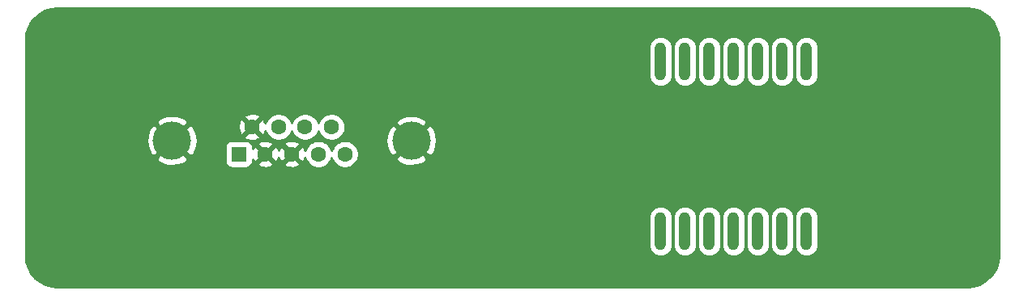
<source format=gbr>
G04 #@! TF.GenerationSoftware,KiCad,Pcbnew,(5.1.5-0)*
G04 #@! TF.CreationDate,2020-12-05T09:23:08-07:00*
G04 #@! TF.ProjectId,back_panel,6261636b-5f70-4616-9e65-6c2e6b696361,rev?*
G04 #@! TF.SameCoordinates,Original*
G04 #@! TF.FileFunction,Copper,L2,Bot*
G04 #@! TF.FilePolarity,Positive*
%FSLAX46Y46*%
G04 Gerber Fmt 4.6, Leading zero omitted, Abs format (unit mm)*
G04 Created by KiCad (PCBNEW (5.1.5-0)) date 2020-12-05 09:23:08*
%MOMM*%
%LPD*%
G04 APERTURE LIST*
%ADD10C,4.000000*%
%ADD11C,1.600000*%
%ADD12R,1.600000X1.600000*%
%ADD13O,1.200000X4.000000*%
%ADD14C,5.800000*%
%ADD15C,0.254000*%
G04 APERTURE END LIST*
D10*
X137040000Y-110580000D03*
X112040000Y-110580000D03*
D11*
X128695000Y-109160000D03*
X125925000Y-109160000D03*
X123155000Y-109160000D03*
X120385000Y-109160000D03*
X130080000Y-112000000D03*
X127310000Y-112000000D03*
X124540000Y-112000000D03*
X121770000Y-112000000D03*
D12*
X119000000Y-112000000D03*
D13*
X163080000Y-120090000D03*
X163080000Y-102310000D03*
X165620000Y-120090000D03*
X165620000Y-102310000D03*
X168160000Y-120090000D03*
X168160000Y-102310000D03*
X170700000Y-120090000D03*
X170700000Y-102310000D03*
X173240000Y-120090000D03*
X173240000Y-102310000D03*
X175780000Y-120090000D03*
X175780000Y-102310000D03*
X178320000Y-120090000D03*
X178320000Y-102310000D03*
D14*
X100000000Y-100000000D03*
X100000000Y-122630000D03*
X195130000Y-100000000D03*
X195130000Y-122630000D03*
D15*
G36*
X195765502Y-96790476D02*
G01*
X196376802Y-96975039D01*
X196940603Y-97274817D01*
X197435445Y-97678399D01*
X197842474Y-98170412D01*
X198146184Y-98732112D01*
X198335008Y-99342104D01*
X198405000Y-100008036D01*
X198405001Y-122597712D01*
X198339524Y-123265501D01*
X198154962Y-123876800D01*
X197855183Y-124440603D01*
X197451598Y-124935447D01*
X196959587Y-125342474D01*
X196397888Y-125646184D01*
X195787896Y-125835008D01*
X195121964Y-125905000D01*
X100032278Y-125905000D01*
X99364499Y-125839524D01*
X98753200Y-125654962D01*
X98189397Y-125355183D01*
X97694553Y-124951598D01*
X97287526Y-124459587D01*
X96983816Y-123897888D01*
X96794992Y-123287896D01*
X96725000Y-122621964D01*
X96725000Y-121550664D01*
X161845000Y-121550664D01*
X161862870Y-121732101D01*
X161933489Y-121964900D01*
X162048167Y-122179448D01*
X162202498Y-122367502D01*
X162390551Y-122521833D01*
X162605099Y-122636511D01*
X162837898Y-122707130D01*
X163080000Y-122730975D01*
X163322101Y-122707130D01*
X163554900Y-122636511D01*
X163769448Y-122521833D01*
X163957502Y-122367502D01*
X164111833Y-122179449D01*
X164226511Y-121964901D01*
X164297130Y-121732102D01*
X164315000Y-121550665D01*
X164315000Y-121550664D01*
X164385000Y-121550664D01*
X164402870Y-121732101D01*
X164473489Y-121964900D01*
X164588167Y-122179448D01*
X164742498Y-122367502D01*
X164930551Y-122521833D01*
X165145099Y-122636511D01*
X165377898Y-122707130D01*
X165620000Y-122730975D01*
X165862101Y-122707130D01*
X166094900Y-122636511D01*
X166309448Y-122521833D01*
X166497502Y-122367502D01*
X166651833Y-122179449D01*
X166766511Y-121964901D01*
X166837130Y-121732102D01*
X166855000Y-121550665D01*
X166855000Y-121550664D01*
X166925000Y-121550664D01*
X166942870Y-121732101D01*
X167013489Y-121964900D01*
X167128167Y-122179448D01*
X167282498Y-122367502D01*
X167470551Y-122521833D01*
X167685099Y-122636511D01*
X167917898Y-122707130D01*
X168160000Y-122730975D01*
X168402101Y-122707130D01*
X168634900Y-122636511D01*
X168849448Y-122521833D01*
X169037502Y-122367502D01*
X169191833Y-122179449D01*
X169306511Y-121964901D01*
X169377130Y-121732102D01*
X169395000Y-121550665D01*
X169395000Y-121550664D01*
X169465000Y-121550664D01*
X169482870Y-121732101D01*
X169553489Y-121964900D01*
X169668167Y-122179448D01*
X169822498Y-122367502D01*
X170010551Y-122521833D01*
X170225099Y-122636511D01*
X170457898Y-122707130D01*
X170700000Y-122730975D01*
X170942101Y-122707130D01*
X171174900Y-122636511D01*
X171389448Y-122521833D01*
X171577502Y-122367502D01*
X171731833Y-122179449D01*
X171846511Y-121964901D01*
X171917130Y-121732102D01*
X171935000Y-121550665D01*
X171935000Y-121550664D01*
X172005000Y-121550664D01*
X172022870Y-121732101D01*
X172093489Y-121964900D01*
X172208167Y-122179448D01*
X172362498Y-122367502D01*
X172550551Y-122521833D01*
X172765099Y-122636511D01*
X172997898Y-122707130D01*
X173240000Y-122730975D01*
X173482101Y-122707130D01*
X173714900Y-122636511D01*
X173929448Y-122521833D01*
X174117502Y-122367502D01*
X174271833Y-122179449D01*
X174386511Y-121964901D01*
X174457130Y-121732102D01*
X174475000Y-121550665D01*
X174475000Y-121550664D01*
X174545000Y-121550664D01*
X174562870Y-121732101D01*
X174633489Y-121964900D01*
X174748167Y-122179448D01*
X174902498Y-122367502D01*
X175090551Y-122521833D01*
X175305099Y-122636511D01*
X175537898Y-122707130D01*
X175780000Y-122730975D01*
X176022101Y-122707130D01*
X176254900Y-122636511D01*
X176469448Y-122521833D01*
X176657502Y-122367502D01*
X176811833Y-122179449D01*
X176926511Y-121964901D01*
X176997130Y-121732102D01*
X177015000Y-121550665D01*
X177015000Y-121550664D01*
X177085000Y-121550664D01*
X177102870Y-121732101D01*
X177173489Y-121964900D01*
X177288167Y-122179448D01*
X177442498Y-122367502D01*
X177630551Y-122521833D01*
X177845099Y-122636511D01*
X178077898Y-122707130D01*
X178320000Y-122730975D01*
X178562101Y-122707130D01*
X178794900Y-122636511D01*
X179009448Y-122521833D01*
X179197502Y-122367502D01*
X179351833Y-122179449D01*
X179466511Y-121964901D01*
X179537130Y-121732102D01*
X179555000Y-121550665D01*
X179555000Y-118629335D01*
X179537130Y-118447898D01*
X179466511Y-118215099D01*
X179351833Y-118000551D01*
X179197502Y-117812498D01*
X179009449Y-117658167D01*
X178794901Y-117543489D01*
X178562102Y-117472870D01*
X178320000Y-117449025D01*
X178077899Y-117472870D01*
X177845100Y-117543489D01*
X177630552Y-117658167D01*
X177442499Y-117812498D01*
X177288168Y-118000551D01*
X177173490Y-118215099D01*
X177102871Y-118447898D01*
X177085001Y-118629335D01*
X177085000Y-121550664D01*
X177015000Y-121550664D01*
X177015000Y-118629335D01*
X176997130Y-118447898D01*
X176926511Y-118215099D01*
X176811833Y-118000551D01*
X176657502Y-117812498D01*
X176469449Y-117658167D01*
X176254901Y-117543489D01*
X176022102Y-117472870D01*
X175780000Y-117449025D01*
X175537899Y-117472870D01*
X175305100Y-117543489D01*
X175090552Y-117658167D01*
X174902499Y-117812498D01*
X174748168Y-118000551D01*
X174633490Y-118215099D01*
X174562871Y-118447898D01*
X174545001Y-118629335D01*
X174545000Y-121550664D01*
X174475000Y-121550664D01*
X174475000Y-118629335D01*
X174457130Y-118447898D01*
X174386511Y-118215099D01*
X174271833Y-118000551D01*
X174117502Y-117812498D01*
X173929449Y-117658167D01*
X173714901Y-117543489D01*
X173482102Y-117472870D01*
X173240000Y-117449025D01*
X172997899Y-117472870D01*
X172765100Y-117543489D01*
X172550552Y-117658167D01*
X172362499Y-117812498D01*
X172208168Y-118000551D01*
X172093490Y-118215099D01*
X172022871Y-118447898D01*
X172005001Y-118629335D01*
X172005000Y-121550664D01*
X171935000Y-121550664D01*
X171935000Y-118629335D01*
X171917130Y-118447898D01*
X171846511Y-118215099D01*
X171731833Y-118000551D01*
X171577502Y-117812498D01*
X171389449Y-117658167D01*
X171174901Y-117543489D01*
X170942102Y-117472870D01*
X170700000Y-117449025D01*
X170457899Y-117472870D01*
X170225100Y-117543489D01*
X170010552Y-117658167D01*
X169822499Y-117812498D01*
X169668168Y-118000551D01*
X169553490Y-118215099D01*
X169482871Y-118447898D01*
X169465001Y-118629335D01*
X169465000Y-121550664D01*
X169395000Y-121550664D01*
X169395000Y-118629335D01*
X169377130Y-118447898D01*
X169306511Y-118215099D01*
X169191833Y-118000551D01*
X169037502Y-117812498D01*
X168849449Y-117658167D01*
X168634901Y-117543489D01*
X168402102Y-117472870D01*
X168160000Y-117449025D01*
X167917899Y-117472870D01*
X167685100Y-117543489D01*
X167470552Y-117658167D01*
X167282499Y-117812498D01*
X167128168Y-118000551D01*
X167013490Y-118215099D01*
X166942871Y-118447898D01*
X166925001Y-118629335D01*
X166925000Y-121550664D01*
X166855000Y-121550664D01*
X166855000Y-118629335D01*
X166837130Y-118447898D01*
X166766511Y-118215099D01*
X166651833Y-118000551D01*
X166497502Y-117812498D01*
X166309449Y-117658167D01*
X166094901Y-117543489D01*
X165862102Y-117472870D01*
X165620000Y-117449025D01*
X165377899Y-117472870D01*
X165145100Y-117543489D01*
X164930552Y-117658167D01*
X164742499Y-117812498D01*
X164588168Y-118000551D01*
X164473490Y-118215099D01*
X164402871Y-118447898D01*
X164385001Y-118629335D01*
X164385000Y-121550664D01*
X164315000Y-121550664D01*
X164315000Y-118629335D01*
X164297130Y-118447898D01*
X164226511Y-118215099D01*
X164111833Y-118000551D01*
X163957502Y-117812498D01*
X163769449Y-117658167D01*
X163554901Y-117543489D01*
X163322102Y-117472870D01*
X163080000Y-117449025D01*
X162837899Y-117472870D01*
X162605100Y-117543489D01*
X162390552Y-117658167D01*
X162202499Y-117812498D01*
X162048168Y-118000551D01*
X161933490Y-118215099D01*
X161862871Y-118447898D01*
X161845001Y-118629335D01*
X161845000Y-121550664D01*
X96725000Y-121550664D01*
X96725000Y-112427499D01*
X110372106Y-112427499D01*
X110588228Y-112794258D01*
X111048105Y-113034938D01*
X111546098Y-113181275D01*
X112063071Y-113227648D01*
X112579159Y-113172273D01*
X113074526Y-113017279D01*
X113491772Y-112794258D01*
X113707894Y-112427499D01*
X112040000Y-110759605D01*
X110372106Y-112427499D01*
X96725000Y-112427499D01*
X96725000Y-110603071D01*
X109392352Y-110603071D01*
X109447727Y-111119159D01*
X109602721Y-111614526D01*
X109825742Y-112031772D01*
X110192501Y-112247894D01*
X111860395Y-110580000D01*
X112219605Y-110580000D01*
X113887499Y-112247894D01*
X114254258Y-112031772D01*
X114494938Y-111571895D01*
X114604220Y-111200000D01*
X117561928Y-111200000D01*
X117561928Y-112800000D01*
X117574188Y-112924482D01*
X117610498Y-113044180D01*
X117669463Y-113154494D01*
X117748815Y-113251185D01*
X117845506Y-113330537D01*
X117955820Y-113389502D01*
X118075518Y-113425812D01*
X118200000Y-113438072D01*
X119800000Y-113438072D01*
X119924482Y-113425812D01*
X120044180Y-113389502D01*
X120154494Y-113330537D01*
X120251185Y-113251185D01*
X120330537Y-113154494D01*
X120389502Y-113044180D01*
X120405117Y-112992702D01*
X120956903Y-112992702D01*
X121028486Y-113236671D01*
X121283996Y-113357571D01*
X121558184Y-113426300D01*
X121840512Y-113440217D01*
X122120130Y-113398787D01*
X122386292Y-113303603D01*
X122511514Y-113236671D01*
X122583097Y-112992702D01*
X123726903Y-112992702D01*
X123798486Y-113236671D01*
X124053996Y-113357571D01*
X124328184Y-113426300D01*
X124610512Y-113440217D01*
X124890130Y-113398787D01*
X125156292Y-113303603D01*
X125281514Y-113236671D01*
X125353097Y-112992702D01*
X124540000Y-112179605D01*
X123726903Y-112992702D01*
X122583097Y-112992702D01*
X121770000Y-112179605D01*
X120956903Y-112992702D01*
X120405117Y-112992702D01*
X120425812Y-112924482D01*
X120438072Y-112800000D01*
X120438072Y-112537087D01*
X120466397Y-112616292D01*
X120533329Y-112741514D01*
X120777298Y-112813097D01*
X121590395Y-112000000D01*
X121949605Y-112000000D01*
X122762702Y-112813097D01*
X123006671Y-112741514D01*
X123127571Y-112486004D01*
X123153216Y-112383695D01*
X123236397Y-112616292D01*
X123303329Y-112741514D01*
X123547298Y-112813097D01*
X124360395Y-112000000D01*
X124719605Y-112000000D01*
X125532702Y-112813097D01*
X125776671Y-112741514D01*
X125897571Y-112486004D01*
X125923212Y-112383711D01*
X125930147Y-112418574D01*
X126038320Y-112679727D01*
X126195363Y-112914759D01*
X126395241Y-113114637D01*
X126630273Y-113271680D01*
X126891426Y-113379853D01*
X127168665Y-113435000D01*
X127451335Y-113435000D01*
X127728574Y-113379853D01*
X127989727Y-113271680D01*
X128224759Y-113114637D01*
X128424637Y-112914759D01*
X128581680Y-112679727D01*
X128689853Y-112418574D01*
X128695000Y-112392699D01*
X128700147Y-112418574D01*
X128808320Y-112679727D01*
X128965363Y-112914759D01*
X129165241Y-113114637D01*
X129400273Y-113271680D01*
X129661426Y-113379853D01*
X129938665Y-113435000D01*
X130221335Y-113435000D01*
X130498574Y-113379853D01*
X130759727Y-113271680D01*
X130994759Y-113114637D01*
X131194637Y-112914759D01*
X131351680Y-112679727D01*
X131456156Y-112427499D01*
X135372106Y-112427499D01*
X135588228Y-112794258D01*
X136048105Y-113034938D01*
X136546098Y-113181275D01*
X137063071Y-113227648D01*
X137579159Y-113172273D01*
X138074526Y-113017279D01*
X138491772Y-112794258D01*
X138707894Y-112427499D01*
X137040000Y-110759605D01*
X135372106Y-112427499D01*
X131456156Y-112427499D01*
X131459853Y-112418574D01*
X131515000Y-112141335D01*
X131515000Y-111858665D01*
X131459853Y-111581426D01*
X131351680Y-111320273D01*
X131194637Y-111085241D01*
X130994759Y-110885363D01*
X130759727Y-110728320D01*
X130498574Y-110620147D01*
X130412729Y-110603071D01*
X134392352Y-110603071D01*
X134447727Y-111119159D01*
X134602721Y-111614526D01*
X134825742Y-112031772D01*
X135192501Y-112247894D01*
X136860395Y-110580000D01*
X137219605Y-110580000D01*
X138887499Y-112247894D01*
X139254258Y-112031772D01*
X139494938Y-111571895D01*
X139641275Y-111073902D01*
X139687648Y-110556929D01*
X139632273Y-110040841D01*
X139477279Y-109545474D01*
X139254258Y-109128228D01*
X138887499Y-108912106D01*
X137219605Y-110580000D01*
X136860395Y-110580000D01*
X135192501Y-108912106D01*
X134825742Y-109128228D01*
X134585062Y-109588105D01*
X134438725Y-110086098D01*
X134392352Y-110603071D01*
X130412729Y-110603071D01*
X130221335Y-110565000D01*
X129938665Y-110565000D01*
X129661426Y-110620147D01*
X129400273Y-110728320D01*
X129165241Y-110885363D01*
X128965363Y-111085241D01*
X128808320Y-111320273D01*
X128700147Y-111581426D01*
X128695000Y-111607301D01*
X128689853Y-111581426D01*
X128581680Y-111320273D01*
X128424637Y-111085241D01*
X128224759Y-110885363D01*
X127989727Y-110728320D01*
X127728574Y-110620147D01*
X127451335Y-110565000D01*
X127168665Y-110565000D01*
X126891426Y-110620147D01*
X126630273Y-110728320D01*
X126395241Y-110885363D01*
X126195363Y-111085241D01*
X126038320Y-111320273D01*
X125930147Y-111581426D01*
X125924487Y-111609882D01*
X125843603Y-111383708D01*
X125776671Y-111258486D01*
X125532702Y-111186903D01*
X124719605Y-112000000D01*
X124360395Y-112000000D01*
X123547298Y-111186903D01*
X123303329Y-111258486D01*
X123182429Y-111513996D01*
X123156784Y-111616305D01*
X123073603Y-111383708D01*
X123006671Y-111258486D01*
X122762702Y-111186903D01*
X121949605Y-112000000D01*
X121590395Y-112000000D01*
X120777298Y-111186903D01*
X120533329Y-111258486D01*
X120438072Y-111459802D01*
X120438072Y-111200000D01*
X120425812Y-111075518D01*
X120405118Y-111007298D01*
X120956903Y-111007298D01*
X121770000Y-111820395D01*
X122583097Y-111007298D01*
X123726903Y-111007298D01*
X124540000Y-111820395D01*
X125353097Y-111007298D01*
X125281514Y-110763329D01*
X125026004Y-110642429D01*
X124751816Y-110573700D01*
X124469488Y-110559783D01*
X124189870Y-110601213D01*
X123923708Y-110696397D01*
X123798486Y-110763329D01*
X123726903Y-111007298D01*
X122583097Y-111007298D01*
X122511514Y-110763329D01*
X122256004Y-110642429D01*
X121981816Y-110573700D01*
X121699488Y-110559783D01*
X121419870Y-110601213D01*
X121153708Y-110696397D01*
X121028486Y-110763329D01*
X120956903Y-111007298D01*
X120405118Y-111007298D01*
X120389502Y-110955820D01*
X120330537Y-110845506D01*
X120251185Y-110748815D01*
X120154494Y-110669463D01*
X120044180Y-110610498D01*
X119924482Y-110574188D01*
X119800000Y-110561928D01*
X118200000Y-110561928D01*
X118075518Y-110574188D01*
X117955820Y-110610498D01*
X117845506Y-110669463D01*
X117748815Y-110748815D01*
X117669463Y-110845506D01*
X117610498Y-110955820D01*
X117574188Y-111075518D01*
X117561928Y-111200000D01*
X114604220Y-111200000D01*
X114641275Y-111073902D01*
X114687648Y-110556929D01*
X114644276Y-110152702D01*
X119571903Y-110152702D01*
X119643486Y-110396671D01*
X119898996Y-110517571D01*
X120173184Y-110586300D01*
X120455512Y-110600217D01*
X120735130Y-110558787D01*
X121001292Y-110463603D01*
X121126514Y-110396671D01*
X121198097Y-110152702D01*
X120385000Y-109339605D01*
X119571903Y-110152702D01*
X114644276Y-110152702D01*
X114632273Y-110040841D01*
X114477279Y-109545474D01*
X114308930Y-109230512D01*
X118944783Y-109230512D01*
X118986213Y-109510130D01*
X119081397Y-109776292D01*
X119148329Y-109901514D01*
X119392298Y-109973097D01*
X120205395Y-109160000D01*
X120564605Y-109160000D01*
X121377702Y-109973097D01*
X121621671Y-109901514D01*
X121742571Y-109646004D01*
X121768212Y-109543711D01*
X121775147Y-109578574D01*
X121883320Y-109839727D01*
X122040363Y-110074759D01*
X122240241Y-110274637D01*
X122475273Y-110431680D01*
X122736426Y-110539853D01*
X123013665Y-110595000D01*
X123296335Y-110595000D01*
X123573574Y-110539853D01*
X123834727Y-110431680D01*
X124069759Y-110274637D01*
X124269637Y-110074759D01*
X124426680Y-109839727D01*
X124534853Y-109578574D01*
X124540000Y-109552699D01*
X124545147Y-109578574D01*
X124653320Y-109839727D01*
X124810363Y-110074759D01*
X125010241Y-110274637D01*
X125245273Y-110431680D01*
X125506426Y-110539853D01*
X125783665Y-110595000D01*
X126066335Y-110595000D01*
X126343574Y-110539853D01*
X126604727Y-110431680D01*
X126839759Y-110274637D01*
X127039637Y-110074759D01*
X127196680Y-109839727D01*
X127304853Y-109578574D01*
X127310000Y-109552699D01*
X127315147Y-109578574D01*
X127423320Y-109839727D01*
X127580363Y-110074759D01*
X127780241Y-110274637D01*
X128015273Y-110431680D01*
X128276426Y-110539853D01*
X128553665Y-110595000D01*
X128836335Y-110595000D01*
X129113574Y-110539853D01*
X129374727Y-110431680D01*
X129609759Y-110274637D01*
X129809637Y-110074759D01*
X129966680Y-109839727D01*
X130074853Y-109578574D01*
X130130000Y-109301335D01*
X130130000Y-109018665D01*
X130074853Y-108741426D01*
X130071157Y-108732501D01*
X135372106Y-108732501D01*
X137040000Y-110400395D01*
X138707894Y-108732501D01*
X138491772Y-108365742D01*
X138031895Y-108125062D01*
X137533902Y-107978725D01*
X137016929Y-107932352D01*
X136500841Y-107987727D01*
X136005474Y-108142721D01*
X135588228Y-108365742D01*
X135372106Y-108732501D01*
X130071157Y-108732501D01*
X129966680Y-108480273D01*
X129809637Y-108245241D01*
X129609759Y-108045363D01*
X129374727Y-107888320D01*
X129113574Y-107780147D01*
X128836335Y-107725000D01*
X128553665Y-107725000D01*
X128276426Y-107780147D01*
X128015273Y-107888320D01*
X127780241Y-108045363D01*
X127580363Y-108245241D01*
X127423320Y-108480273D01*
X127315147Y-108741426D01*
X127310000Y-108767301D01*
X127304853Y-108741426D01*
X127196680Y-108480273D01*
X127039637Y-108245241D01*
X126839759Y-108045363D01*
X126604727Y-107888320D01*
X126343574Y-107780147D01*
X126066335Y-107725000D01*
X125783665Y-107725000D01*
X125506426Y-107780147D01*
X125245273Y-107888320D01*
X125010241Y-108045363D01*
X124810363Y-108245241D01*
X124653320Y-108480273D01*
X124545147Y-108741426D01*
X124540000Y-108767301D01*
X124534853Y-108741426D01*
X124426680Y-108480273D01*
X124269637Y-108245241D01*
X124069759Y-108045363D01*
X123834727Y-107888320D01*
X123573574Y-107780147D01*
X123296335Y-107725000D01*
X123013665Y-107725000D01*
X122736426Y-107780147D01*
X122475273Y-107888320D01*
X122240241Y-108045363D01*
X122040363Y-108245241D01*
X121883320Y-108480273D01*
X121775147Y-108741426D01*
X121769487Y-108769882D01*
X121688603Y-108543708D01*
X121621671Y-108418486D01*
X121377702Y-108346903D01*
X120564605Y-109160000D01*
X120205395Y-109160000D01*
X119392298Y-108346903D01*
X119148329Y-108418486D01*
X119027429Y-108673996D01*
X118958700Y-108948184D01*
X118944783Y-109230512D01*
X114308930Y-109230512D01*
X114254258Y-109128228D01*
X113887499Y-108912106D01*
X112219605Y-110580000D01*
X111860395Y-110580000D01*
X110192501Y-108912106D01*
X109825742Y-109128228D01*
X109585062Y-109588105D01*
X109438725Y-110086098D01*
X109392352Y-110603071D01*
X96725000Y-110603071D01*
X96725000Y-108732501D01*
X110372106Y-108732501D01*
X112040000Y-110400395D01*
X113707894Y-108732501D01*
X113491772Y-108365742D01*
X113112598Y-108167298D01*
X119571903Y-108167298D01*
X120385000Y-108980395D01*
X121198097Y-108167298D01*
X121126514Y-107923329D01*
X120871004Y-107802429D01*
X120596816Y-107733700D01*
X120314488Y-107719783D01*
X120034870Y-107761213D01*
X119768708Y-107856397D01*
X119643486Y-107923329D01*
X119571903Y-108167298D01*
X113112598Y-108167298D01*
X113031895Y-108125062D01*
X112533902Y-107978725D01*
X112016929Y-107932352D01*
X111500841Y-107987727D01*
X111005474Y-108142721D01*
X110588228Y-108365742D01*
X110372106Y-108732501D01*
X96725000Y-108732501D01*
X96725000Y-103770664D01*
X161845000Y-103770664D01*
X161862870Y-103952101D01*
X161933489Y-104184900D01*
X162048167Y-104399448D01*
X162202498Y-104587502D01*
X162390551Y-104741833D01*
X162605099Y-104856511D01*
X162837898Y-104927130D01*
X163080000Y-104950975D01*
X163322101Y-104927130D01*
X163554900Y-104856511D01*
X163769448Y-104741833D01*
X163957502Y-104587502D01*
X164111833Y-104399449D01*
X164226511Y-104184901D01*
X164297130Y-103952102D01*
X164315000Y-103770665D01*
X164315000Y-103770664D01*
X164385000Y-103770664D01*
X164402870Y-103952101D01*
X164473489Y-104184900D01*
X164588167Y-104399448D01*
X164742498Y-104587502D01*
X164930551Y-104741833D01*
X165145099Y-104856511D01*
X165377898Y-104927130D01*
X165620000Y-104950975D01*
X165862101Y-104927130D01*
X166094900Y-104856511D01*
X166309448Y-104741833D01*
X166497502Y-104587502D01*
X166651833Y-104399449D01*
X166766511Y-104184901D01*
X166837130Y-103952102D01*
X166855000Y-103770665D01*
X166855000Y-103770664D01*
X166925000Y-103770664D01*
X166942870Y-103952101D01*
X167013489Y-104184900D01*
X167128167Y-104399448D01*
X167282498Y-104587502D01*
X167470551Y-104741833D01*
X167685099Y-104856511D01*
X167917898Y-104927130D01*
X168160000Y-104950975D01*
X168402101Y-104927130D01*
X168634900Y-104856511D01*
X168849448Y-104741833D01*
X169037502Y-104587502D01*
X169191833Y-104399449D01*
X169306511Y-104184901D01*
X169377130Y-103952102D01*
X169395000Y-103770665D01*
X169395000Y-103770664D01*
X169465000Y-103770664D01*
X169482870Y-103952101D01*
X169553489Y-104184900D01*
X169668167Y-104399448D01*
X169822498Y-104587502D01*
X170010551Y-104741833D01*
X170225099Y-104856511D01*
X170457898Y-104927130D01*
X170700000Y-104950975D01*
X170942101Y-104927130D01*
X171174900Y-104856511D01*
X171389448Y-104741833D01*
X171577502Y-104587502D01*
X171731833Y-104399449D01*
X171846511Y-104184901D01*
X171917130Y-103952102D01*
X171935000Y-103770665D01*
X171935000Y-103770664D01*
X172005000Y-103770664D01*
X172022870Y-103952101D01*
X172093489Y-104184900D01*
X172208167Y-104399448D01*
X172362498Y-104587502D01*
X172550551Y-104741833D01*
X172765099Y-104856511D01*
X172997898Y-104927130D01*
X173240000Y-104950975D01*
X173482101Y-104927130D01*
X173714900Y-104856511D01*
X173929448Y-104741833D01*
X174117502Y-104587502D01*
X174271833Y-104399449D01*
X174386511Y-104184901D01*
X174457130Y-103952102D01*
X174475000Y-103770665D01*
X174475000Y-103770664D01*
X174545000Y-103770664D01*
X174562870Y-103952101D01*
X174633489Y-104184900D01*
X174748167Y-104399448D01*
X174902498Y-104587502D01*
X175090551Y-104741833D01*
X175305099Y-104856511D01*
X175537898Y-104927130D01*
X175780000Y-104950975D01*
X176022101Y-104927130D01*
X176254900Y-104856511D01*
X176469448Y-104741833D01*
X176657502Y-104587502D01*
X176811833Y-104399449D01*
X176926511Y-104184901D01*
X176997130Y-103952102D01*
X177015000Y-103770665D01*
X177015000Y-103770664D01*
X177085000Y-103770664D01*
X177102870Y-103952101D01*
X177173489Y-104184900D01*
X177288167Y-104399448D01*
X177442498Y-104587502D01*
X177630551Y-104741833D01*
X177845099Y-104856511D01*
X178077898Y-104927130D01*
X178320000Y-104950975D01*
X178562101Y-104927130D01*
X178794900Y-104856511D01*
X179009448Y-104741833D01*
X179197502Y-104587502D01*
X179351833Y-104399449D01*
X179466511Y-104184901D01*
X179537130Y-103952102D01*
X179555000Y-103770665D01*
X179555000Y-100849335D01*
X179537130Y-100667898D01*
X179466511Y-100435099D01*
X179351833Y-100220551D01*
X179197502Y-100032498D01*
X179009449Y-99878167D01*
X178794901Y-99763489D01*
X178562102Y-99692870D01*
X178320000Y-99669025D01*
X178077899Y-99692870D01*
X177845100Y-99763489D01*
X177630552Y-99878167D01*
X177442499Y-100032498D01*
X177288168Y-100220551D01*
X177173490Y-100435099D01*
X177102871Y-100667898D01*
X177085001Y-100849335D01*
X177085000Y-103770664D01*
X177015000Y-103770664D01*
X177015000Y-100849335D01*
X176997130Y-100667898D01*
X176926511Y-100435099D01*
X176811833Y-100220551D01*
X176657502Y-100032498D01*
X176469449Y-99878167D01*
X176254901Y-99763489D01*
X176022102Y-99692870D01*
X175780000Y-99669025D01*
X175537899Y-99692870D01*
X175305100Y-99763489D01*
X175090552Y-99878167D01*
X174902499Y-100032498D01*
X174748168Y-100220551D01*
X174633490Y-100435099D01*
X174562871Y-100667898D01*
X174545001Y-100849335D01*
X174545000Y-103770664D01*
X174475000Y-103770664D01*
X174475000Y-100849335D01*
X174457130Y-100667898D01*
X174386511Y-100435099D01*
X174271833Y-100220551D01*
X174117502Y-100032498D01*
X173929449Y-99878167D01*
X173714901Y-99763489D01*
X173482102Y-99692870D01*
X173240000Y-99669025D01*
X172997899Y-99692870D01*
X172765100Y-99763489D01*
X172550552Y-99878167D01*
X172362499Y-100032498D01*
X172208168Y-100220551D01*
X172093490Y-100435099D01*
X172022871Y-100667898D01*
X172005001Y-100849335D01*
X172005000Y-103770664D01*
X171935000Y-103770664D01*
X171935000Y-100849335D01*
X171917130Y-100667898D01*
X171846511Y-100435099D01*
X171731833Y-100220551D01*
X171577502Y-100032498D01*
X171389449Y-99878167D01*
X171174901Y-99763489D01*
X170942102Y-99692870D01*
X170700000Y-99669025D01*
X170457899Y-99692870D01*
X170225100Y-99763489D01*
X170010552Y-99878167D01*
X169822499Y-100032498D01*
X169668168Y-100220551D01*
X169553490Y-100435099D01*
X169482871Y-100667898D01*
X169465001Y-100849335D01*
X169465000Y-103770664D01*
X169395000Y-103770664D01*
X169395000Y-100849335D01*
X169377130Y-100667898D01*
X169306511Y-100435099D01*
X169191833Y-100220551D01*
X169037502Y-100032498D01*
X168849449Y-99878167D01*
X168634901Y-99763489D01*
X168402102Y-99692870D01*
X168160000Y-99669025D01*
X167917899Y-99692870D01*
X167685100Y-99763489D01*
X167470552Y-99878167D01*
X167282499Y-100032498D01*
X167128168Y-100220551D01*
X167013490Y-100435099D01*
X166942871Y-100667898D01*
X166925001Y-100849335D01*
X166925000Y-103770664D01*
X166855000Y-103770664D01*
X166855000Y-100849335D01*
X166837130Y-100667898D01*
X166766511Y-100435099D01*
X166651833Y-100220551D01*
X166497502Y-100032498D01*
X166309449Y-99878167D01*
X166094901Y-99763489D01*
X165862102Y-99692870D01*
X165620000Y-99669025D01*
X165377899Y-99692870D01*
X165145100Y-99763489D01*
X164930552Y-99878167D01*
X164742499Y-100032498D01*
X164588168Y-100220551D01*
X164473490Y-100435099D01*
X164402871Y-100667898D01*
X164385001Y-100849335D01*
X164385000Y-103770664D01*
X164315000Y-103770664D01*
X164315000Y-100849335D01*
X164297130Y-100667898D01*
X164226511Y-100435099D01*
X164111833Y-100220551D01*
X163957502Y-100032498D01*
X163769449Y-99878167D01*
X163554901Y-99763489D01*
X163322102Y-99692870D01*
X163080000Y-99669025D01*
X162837899Y-99692870D01*
X162605100Y-99763489D01*
X162390552Y-99878167D01*
X162202499Y-100032498D01*
X162048168Y-100220551D01*
X161933490Y-100435099D01*
X161862871Y-100667898D01*
X161845001Y-100849335D01*
X161845000Y-103770664D01*
X96725000Y-103770664D01*
X96725000Y-100032278D01*
X96790476Y-99364498D01*
X96975039Y-98753198D01*
X97274817Y-98189397D01*
X97678399Y-97694555D01*
X98170412Y-97287526D01*
X98732112Y-96983816D01*
X99342104Y-96794992D01*
X100008036Y-96725000D01*
X195097722Y-96725000D01*
X195765502Y-96790476D01*
G37*
X195765502Y-96790476D02*
X196376802Y-96975039D01*
X196940603Y-97274817D01*
X197435445Y-97678399D01*
X197842474Y-98170412D01*
X198146184Y-98732112D01*
X198335008Y-99342104D01*
X198405000Y-100008036D01*
X198405001Y-122597712D01*
X198339524Y-123265501D01*
X198154962Y-123876800D01*
X197855183Y-124440603D01*
X197451598Y-124935447D01*
X196959587Y-125342474D01*
X196397888Y-125646184D01*
X195787896Y-125835008D01*
X195121964Y-125905000D01*
X100032278Y-125905000D01*
X99364499Y-125839524D01*
X98753200Y-125654962D01*
X98189397Y-125355183D01*
X97694553Y-124951598D01*
X97287526Y-124459587D01*
X96983816Y-123897888D01*
X96794992Y-123287896D01*
X96725000Y-122621964D01*
X96725000Y-121550664D01*
X161845000Y-121550664D01*
X161862870Y-121732101D01*
X161933489Y-121964900D01*
X162048167Y-122179448D01*
X162202498Y-122367502D01*
X162390551Y-122521833D01*
X162605099Y-122636511D01*
X162837898Y-122707130D01*
X163080000Y-122730975D01*
X163322101Y-122707130D01*
X163554900Y-122636511D01*
X163769448Y-122521833D01*
X163957502Y-122367502D01*
X164111833Y-122179449D01*
X164226511Y-121964901D01*
X164297130Y-121732102D01*
X164315000Y-121550665D01*
X164315000Y-121550664D01*
X164385000Y-121550664D01*
X164402870Y-121732101D01*
X164473489Y-121964900D01*
X164588167Y-122179448D01*
X164742498Y-122367502D01*
X164930551Y-122521833D01*
X165145099Y-122636511D01*
X165377898Y-122707130D01*
X165620000Y-122730975D01*
X165862101Y-122707130D01*
X166094900Y-122636511D01*
X166309448Y-122521833D01*
X166497502Y-122367502D01*
X166651833Y-122179449D01*
X166766511Y-121964901D01*
X166837130Y-121732102D01*
X166855000Y-121550665D01*
X166855000Y-121550664D01*
X166925000Y-121550664D01*
X166942870Y-121732101D01*
X167013489Y-121964900D01*
X167128167Y-122179448D01*
X167282498Y-122367502D01*
X167470551Y-122521833D01*
X167685099Y-122636511D01*
X167917898Y-122707130D01*
X168160000Y-122730975D01*
X168402101Y-122707130D01*
X168634900Y-122636511D01*
X168849448Y-122521833D01*
X169037502Y-122367502D01*
X169191833Y-122179449D01*
X169306511Y-121964901D01*
X169377130Y-121732102D01*
X169395000Y-121550665D01*
X169395000Y-121550664D01*
X169465000Y-121550664D01*
X169482870Y-121732101D01*
X169553489Y-121964900D01*
X169668167Y-122179448D01*
X169822498Y-122367502D01*
X170010551Y-122521833D01*
X170225099Y-122636511D01*
X170457898Y-122707130D01*
X170700000Y-122730975D01*
X170942101Y-122707130D01*
X171174900Y-122636511D01*
X171389448Y-122521833D01*
X171577502Y-122367502D01*
X171731833Y-122179449D01*
X171846511Y-121964901D01*
X171917130Y-121732102D01*
X171935000Y-121550665D01*
X171935000Y-121550664D01*
X172005000Y-121550664D01*
X172022870Y-121732101D01*
X172093489Y-121964900D01*
X172208167Y-122179448D01*
X172362498Y-122367502D01*
X172550551Y-122521833D01*
X172765099Y-122636511D01*
X172997898Y-122707130D01*
X173240000Y-122730975D01*
X173482101Y-122707130D01*
X173714900Y-122636511D01*
X173929448Y-122521833D01*
X174117502Y-122367502D01*
X174271833Y-122179449D01*
X174386511Y-121964901D01*
X174457130Y-121732102D01*
X174475000Y-121550665D01*
X174475000Y-121550664D01*
X174545000Y-121550664D01*
X174562870Y-121732101D01*
X174633489Y-121964900D01*
X174748167Y-122179448D01*
X174902498Y-122367502D01*
X175090551Y-122521833D01*
X175305099Y-122636511D01*
X175537898Y-122707130D01*
X175780000Y-122730975D01*
X176022101Y-122707130D01*
X176254900Y-122636511D01*
X176469448Y-122521833D01*
X176657502Y-122367502D01*
X176811833Y-122179449D01*
X176926511Y-121964901D01*
X176997130Y-121732102D01*
X177015000Y-121550665D01*
X177015000Y-121550664D01*
X177085000Y-121550664D01*
X177102870Y-121732101D01*
X177173489Y-121964900D01*
X177288167Y-122179448D01*
X177442498Y-122367502D01*
X177630551Y-122521833D01*
X177845099Y-122636511D01*
X178077898Y-122707130D01*
X178320000Y-122730975D01*
X178562101Y-122707130D01*
X178794900Y-122636511D01*
X179009448Y-122521833D01*
X179197502Y-122367502D01*
X179351833Y-122179449D01*
X179466511Y-121964901D01*
X179537130Y-121732102D01*
X179555000Y-121550665D01*
X179555000Y-118629335D01*
X179537130Y-118447898D01*
X179466511Y-118215099D01*
X179351833Y-118000551D01*
X179197502Y-117812498D01*
X179009449Y-117658167D01*
X178794901Y-117543489D01*
X178562102Y-117472870D01*
X178320000Y-117449025D01*
X178077899Y-117472870D01*
X177845100Y-117543489D01*
X177630552Y-117658167D01*
X177442499Y-117812498D01*
X177288168Y-118000551D01*
X177173490Y-118215099D01*
X177102871Y-118447898D01*
X177085001Y-118629335D01*
X177085000Y-121550664D01*
X177015000Y-121550664D01*
X177015000Y-118629335D01*
X176997130Y-118447898D01*
X176926511Y-118215099D01*
X176811833Y-118000551D01*
X176657502Y-117812498D01*
X176469449Y-117658167D01*
X176254901Y-117543489D01*
X176022102Y-117472870D01*
X175780000Y-117449025D01*
X175537899Y-117472870D01*
X175305100Y-117543489D01*
X175090552Y-117658167D01*
X174902499Y-117812498D01*
X174748168Y-118000551D01*
X174633490Y-118215099D01*
X174562871Y-118447898D01*
X174545001Y-118629335D01*
X174545000Y-121550664D01*
X174475000Y-121550664D01*
X174475000Y-118629335D01*
X174457130Y-118447898D01*
X174386511Y-118215099D01*
X174271833Y-118000551D01*
X174117502Y-117812498D01*
X173929449Y-117658167D01*
X173714901Y-117543489D01*
X173482102Y-117472870D01*
X173240000Y-117449025D01*
X172997899Y-117472870D01*
X172765100Y-117543489D01*
X172550552Y-117658167D01*
X172362499Y-117812498D01*
X172208168Y-118000551D01*
X172093490Y-118215099D01*
X172022871Y-118447898D01*
X172005001Y-118629335D01*
X172005000Y-121550664D01*
X171935000Y-121550664D01*
X171935000Y-118629335D01*
X171917130Y-118447898D01*
X171846511Y-118215099D01*
X171731833Y-118000551D01*
X171577502Y-117812498D01*
X171389449Y-117658167D01*
X171174901Y-117543489D01*
X170942102Y-117472870D01*
X170700000Y-117449025D01*
X170457899Y-117472870D01*
X170225100Y-117543489D01*
X170010552Y-117658167D01*
X169822499Y-117812498D01*
X169668168Y-118000551D01*
X169553490Y-118215099D01*
X169482871Y-118447898D01*
X169465001Y-118629335D01*
X169465000Y-121550664D01*
X169395000Y-121550664D01*
X169395000Y-118629335D01*
X169377130Y-118447898D01*
X169306511Y-118215099D01*
X169191833Y-118000551D01*
X169037502Y-117812498D01*
X168849449Y-117658167D01*
X168634901Y-117543489D01*
X168402102Y-117472870D01*
X168160000Y-117449025D01*
X167917899Y-117472870D01*
X167685100Y-117543489D01*
X167470552Y-117658167D01*
X167282499Y-117812498D01*
X167128168Y-118000551D01*
X167013490Y-118215099D01*
X166942871Y-118447898D01*
X166925001Y-118629335D01*
X166925000Y-121550664D01*
X166855000Y-121550664D01*
X166855000Y-118629335D01*
X166837130Y-118447898D01*
X166766511Y-118215099D01*
X166651833Y-118000551D01*
X166497502Y-117812498D01*
X166309449Y-117658167D01*
X166094901Y-117543489D01*
X165862102Y-117472870D01*
X165620000Y-117449025D01*
X165377899Y-117472870D01*
X165145100Y-117543489D01*
X164930552Y-117658167D01*
X164742499Y-117812498D01*
X164588168Y-118000551D01*
X164473490Y-118215099D01*
X164402871Y-118447898D01*
X164385001Y-118629335D01*
X164385000Y-121550664D01*
X164315000Y-121550664D01*
X164315000Y-118629335D01*
X164297130Y-118447898D01*
X164226511Y-118215099D01*
X164111833Y-118000551D01*
X163957502Y-117812498D01*
X163769449Y-117658167D01*
X163554901Y-117543489D01*
X163322102Y-117472870D01*
X163080000Y-117449025D01*
X162837899Y-117472870D01*
X162605100Y-117543489D01*
X162390552Y-117658167D01*
X162202499Y-117812498D01*
X162048168Y-118000551D01*
X161933490Y-118215099D01*
X161862871Y-118447898D01*
X161845001Y-118629335D01*
X161845000Y-121550664D01*
X96725000Y-121550664D01*
X96725000Y-112427499D01*
X110372106Y-112427499D01*
X110588228Y-112794258D01*
X111048105Y-113034938D01*
X111546098Y-113181275D01*
X112063071Y-113227648D01*
X112579159Y-113172273D01*
X113074526Y-113017279D01*
X113491772Y-112794258D01*
X113707894Y-112427499D01*
X112040000Y-110759605D01*
X110372106Y-112427499D01*
X96725000Y-112427499D01*
X96725000Y-110603071D01*
X109392352Y-110603071D01*
X109447727Y-111119159D01*
X109602721Y-111614526D01*
X109825742Y-112031772D01*
X110192501Y-112247894D01*
X111860395Y-110580000D01*
X112219605Y-110580000D01*
X113887499Y-112247894D01*
X114254258Y-112031772D01*
X114494938Y-111571895D01*
X114604220Y-111200000D01*
X117561928Y-111200000D01*
X117561928Y-112800000D01*
X117574188Y-112924482D01*
X117610498Y-113044180D01*
X117669463Y-113154494D01*
X117748815Y-113251185D01*
X117845506Y-113330537D01*
X117955820Y-113389502D01*
X118075518Y-113425812D01*
X118200000Y-113438072D01*
X119800000Y-113438072D01*
X119924482Y-113425812D01*
X120044180Y-113389502D01*
X120154494Y-113330537D01*
X120251185Y-113251185D01*
X120330537Y-113154494D01*
X120389502Y-113044180D01*
X120405117Y-112992702D01*
X120956903Y-112992702D01*
X121028486Y-113236671D01*
X121283996Y-113357571D01*
X121558184Y-113426300D01*
X121840512Y-113440217D01*
X122120130Y-113398787D01*
X122386292Y-113303603D01*
X122511514Y-113236671D01*
X122583097Y-112992702D01*
X123726903Y-112992702D01*
X123798486Y-113236671D01*
X124053996Y-113357571D01*
X124328184Y-113426300D01*
X124610512Y-113440217D01*
X124890130Y-113398787D01*
X125156292Y-113303603D01*
X125281514Y-113236671D01*
X125353097Y-112992702D01*
X124540000Y-112179605D01*
X123726903Y-112992702D01*
X122583097Y-112992702D01*
X121770000Y-112179605D01*
X120956903Y-112992702D01*
X120405117Y-112992702D01*
X120425812Y-112924482D01*
X120438072Y-112800000D01*
X120438072Y-112537087D01*
X120466397Y-112616292D01*
X120533329Y-112741514D01*
X120777298Y-112813097D01*
X121590395Y-112000000D01*
X121949605Y-112000000D01*
X122762702Y-112813097D01*
X123006671Y-112741514D01*
X123127571Y-112486004D01*
X123153216Y-112383695D01*
X123236397Y-112616292D01*
X123303329Y-112741514D01*
X123547298Y-112813097D01*
X124360395Y-112000000D01*
X124719605Y-112000000D01*
X125532702Y-112813097D01*
X125776671Y-112741514D01*
X125897571Y-112486004D01*
X125923212Y-112383711D01*
X125930147Y-112418574D01*
X126038320Y-112679727D01*
X126195363Y-112914759D01*
X126395241Y-113114637D01*
X126630273Y-113271680D01*
X126891426Y-113379853D01*
X127168665Y-113435000D01*
X127451335Y-113435000D01*
X127728574Y-113379853D01*
X127989727Y-113271680D01*
X128224759Y-113114637D01*
X128424637Y-112914759D01*
X128581680Y-112679727D01*
X128689853Y-112418574D01*
X128695000Y-112392699D01*
X128700147Y-112418574D01*
X128808320Y-112679727D01*
X128965363Y-112914759D01*
X129165241Y-113114637D01*
X129400273Y-113271680D01*
X129661426Y-113379853D01*
X129938665Y-113435000D01*
X130221335Y-113435000D01*
X130498574Y-113379853D01*
X130759727Y-113271680D01*
X130994759Y-113114637D01*
X131194637Y-112914759D01*
X131351680Y-112679727D01*
X131456156Y-112427499D01*
X135372106Y-112427499D01*
X135588228Y-112794258D01*
X136048105Y-113034938D01*
X136546098Y-113181275D01*
X137063071Y-113227648D01*
X137579159Y-113172273D01*
X138074526Y-113017279D01*
X138491772Y-112794258D01*
X138707894Y-112427499D01*
X137040000Y-110759605D01*
X135372106Y-112427499D01*
X131456156Y-112427499D01*
X131459853Y-112418574D01*
X131515000Y-112141335D01*
X131515000Y-111858665D01*
X131459853Y-111581426D01*
X131351680Y-111320273D01*
X131194637Y-111085241D01*
X130994759Y-110885363D01*
X130759727Y-110728320D01*
X130498574Y-110620147D01*
X130412729Y-110603071D01*
X134392352Y-110603071D01*
X134447727Y-111119159D01*
X134602721Y-111614526D01*
X134825742Y-112031772D01*
X135192501Y-112247894D01*
X136860395Y-110580000D01*
X137219605Y-110580000D01*
X138887499Y-112247894D01*
X139254258Y-112031772D01*
X139494938Y-111571895D01*
X139641275Y-111073902D01*
X139687648Y-110556929D01*
X139632273Y-110040841D01*
X139477279Y-109545474D01*
X139254258Y-109128228D01*
X138887499Y-108912106D01*
X137219605Y-110580000D01*
X136860395Y-110580000D01*
X135192501Y-108912106D01*
X134825742Y-109128228D01*
X134585062Y-109588105D01*
X134438725Y-110086098D01*
X134392352Y-110603071D01*
X130412729Y-110603071D01*
X130221335Y-110565000D01*
X129938665Y-110565000D01*
X129661426Y-110620147D01*
X129400273Y-110728320D01*
X129165241Y-110885363D01*
X128965363Y-111085241D01*
X128808320Y-111320273D01*
X128700147Y-111581426D01*
X128695000Y-111607301D01*
X128689853Y-111581426D01*
X128581680Y-111320273D01*
X128424637Y-111085241D01*
X128224759Y-110885363D01*
X127989727Y-110728320D01*
X127728574Y-110620147D01*
X127451335Y-110565000D01*
X127168665Y-110565000D01*
X126891426Y-110620147D01*
X126630273Y-110728320D01*
X126395241Y-110885363D01*
X126195363Y-111085241D01*
X126038320Y-111320273D01*
X125930147Y-111581426D01*
X125924487Y-111609882D01*
X125843603Y-111383708D01*
X125776671Y-111258486D01*
X125532702Y-111186903D01*
X124719605Y-112000000D01*
X124360395Y-112000000D01*
X123547298Y-111186903D01*
X123303329Y-111258486D01*
X123182429Y-111513996D01*
X123156784Y-111616305D01*
X123073603Y-111383708D01*
X123006671Y-111258486D01*
X122762702Y-111186903D01*
X121949605Y-112000000D01*
X121590395Y-112000000D01*
X120777298Y-111186903D01*
X120533329Y-111258486D01*
X120438072Y-111459802D01*
X120438072Y-111200000D01*
X120425812Y-111075518D01*
X120405118Y-111007298D01*
X120956903Y-111007298D01*
X121770000Y-111820395D01*
X122583097Y-111007298D01*
X123726903Y-111007298D01*
X124540000Y-111820395D01*
X125353097Y-111007298D01*
X125281514Y-110763329D01*
X125026004Y-110642429D01*
X124751816Y-110573700D01*
X124469488Y-110559783D01*
X124189870Y-110601213D01*
X123923708Y-110696397D01*
X123798486Y-110763329D01*
X123726903Y-111007298D01*
X122583097Y-111007298D01*
X122511514Y-110763329D01*
X122256004Y-110642429D01*
X121981816Y-110573700D01*
X121699488Y-110559783D01*
X121419870Y-110601213D01*
X121153708Y-110696397D01*
X121028486Y-110763329D01*
X120956903Y-111007298D01*
X120405118Y-111007298D01*
X120389502Y-110955820D01*
X120330537Y-110845506D01*
X120251185Y-110748815D01*
X120154494Y-110669463D01*
X120044180Y-110610498D01*
X119924482Y-110574188D01*
X119800000Y-110561928D01*
X118200000Y-110561928D01*
X118075518Y-110574188D01*
X117955820Y-110610498D01*
X117845506Y-110669463D01*
X117748815Y-110748815D01*
X117669463Y-110845506D01*
X117610498Y-110955820D01*
X117574188Y-111075518D01*
X117561928Y-111200000D01*
X114604220Y-111200000D01*
X114641275Y-111073902D01*
X114687648Y-110556929D01*
X114644276Y-110152702D01*
X119571903Y-110152702D01*
X119643486Y-110396671D01*
X119898996Y-110517571D01*
X120173184Y-110586300D01*
X120455512Y-110600217D01*
X120735130Y-110558787D01*
X121001292Y-110463603D01*
X121126514Y-110396671D01*
X121198097Y-110152702D01*
X120385000Y-109339605D01*
X119571903Y-110152702D01*
X114644276Y-110152702D01*
X114632273Y-110040841D01*
X114477279Y-109545474D01*
X114308930Y-109230512D01*
X118944783Y-109230512D01*
X118986213Y-109510130D01*
X119081397Y-109776292D01*
X119148329Y-109901514D01*
X119392298Y-109973097D01*
X120205395Y-109160000D01*
X120564605Y-109160000D01*
X121377702Y-109973097D01*
X121621671Y-109901514D01*
X121742571Y-109646004D01*
X121768212Y-109543711D01*
X121775147Y-109578574D01*
X121883320Y-109839727D01*
X122040363Y-110074759D01*
X122240241Y-110274637D01*
X122475273Y-110431680D01*
X122736426Y-110539853D01*
X123013665Y-110595000D01*
X123296335Y-110595000D01*
X123573574Y-110539853D01*
X123834727Y-110431680D01*
X124069759Y-110274637D01*
X124269637Y-110074759D01*
X124426680Y-109839727D01*
X124534853Y-109578574D01*
X124540000Y-109552699D01*
X124545147Y-109578574D01*
X124653320Y-109839727D01*
X124810363Y-110074759D01*
X125010241Y-110274637D01*
X125245273Y-110431680D01*
X125506426Y-110539853D01*
X125783665Y-110595000D01*
X126066335Y-110595000D01*
X126343574Y-110539853D01*
X126604727Y-110431680D01*
X126839759Y-110274637D01*
X127039637Y-110074759D01*
X127196680Y-109839727D01*
X127304853Y-109578574D01*
X127310000Y-109552699D01*
X127315147Y-109578574D01*
X127423320Y-109839727D01*
X127580363Y-110074759D01*
X127780241Y-110274637D01*
X128015273Y-110431680D01*
X128276426Y-110539853D01*
X128553665Y-110595000D01*
X128836335Y-110595000D01*
X129113574Y-110539853D01*
X129374727Y-110431680D01*
X129609759Y-110274637D01*
X129809637Y-110074759D01*
X129966680Y-109839727D01*
X130074853Y-109578574D01*
X130130000Y-109301335D01*
X130130000Y-109018665D01*
X130074853Y-108741426D01*
X130071157Y-108732501D01*
X135372106Y-108732501D01*
X137040000Y-110400395D01*
X138707894Y-108732501D01*
X138491772Y-108365742D01*
X138031895Y-108125062D01*
X137533902Y-107978725D01*
X137016929Y-107932352D01*
X136500841Y-107987727D01*
X136005474Y-108142721D01*
X135588228Y-108365742D01*
X135372106Y-108732501D01*
X130071157Y-108732501D01*
X129966680Y-108480273D01*
X129809637Y-108245241D01*
X129609759Y-108045363D01*
X129374727Y-107888320D01*
X129113574Y-107780147D01*
X128836335Y-107725000D01*
X128553665Y-107725000D01*
X128276426Y-107780147D01*
X128015273Y-107888320D01*
X127780241Y-108045363D01*
X127580363Y-108245241D01*
X127423320Y-108480273D01*
X127315147Y-108741426D01*
X127310000Y-108767301D01*
X127304853Y-108741426D01*
X127196680Y-108480273D01*
X127039637Y-108245241D01*
X126839759Y-108045363D01*
X126604727Y-107888320D01*
X126343574Y-107780147D01*
X126066335Y-107725000D01*
X125783665Y-107725000D01*
X125506426Y-107780147D01*
X125245273Y-107888320D01*
X125010241Y-108045363D01*
X124810363Y-108245241D01*
X124653320Y-108480273D01*
X124545147Y-108741426D01*
X124540000Y-108767301D01*
X124534853Y-108741426D01*
X124426680Y-108480273D01*
X124269637Y-108245241D01*
X124069759Y-108045363D01*
X123834727Y-107888320D01*
X123573574Y-107780147D01*
X123296335Y-107725000D01*
X123013665Y-107725000D01*
X122736426Y-107780147D01*
X122475273Y-107888320D01*
X122240241Y-108045363D01*
X122040363Y-108245241D01*
X121883320Y-108480273D01*
X121775147Y-108741426D01*
X121769487Y-108769882D01*
X121688603Y-108543708D01*
X121621671Y-108418486D01*
X121377702Y-108346903D01*
X120564605Y-109160000D01*
X120205395Y-109160000D01*
X119392298Y-108346903D01*
X119148329Y-108418486D01*
X119027429Y-108673996D01*
X118958700Y-108948184D01*
X118944783Y-109230512D01*
X114308930Y-109230512D01*
X114254258Y-109128228D01*
X113887499Y-108912106D01*
X112219605Y-110580000D01*
X111860395Y-110580000D01*
X110192501Y-108912106D01*
X109825742Y-109128228D01*
X109585062Y-109588105D01*
X109438725Y-110086098D01*
X109392352Y-110603071D01*
X96725000Y-110603071D01*
X96725000Y-108732501D01*
X110372106Y-108732501D01*
X112040000Y-110400395D01*
X113707894Y-108732501D01*
X113491772Y-108365742D01*
X113112598Y-108167298D01*
X119571903Y-108167298D01*
X120385000Y-108980395D01*
X121198097Y-108167298D01*
X121126514Y-107923329D01*
X120871004Y-107802429D01*
X120596816Y-107733700D01*
X120314488Y-107719783D01*
X120034870Y-107761213D01*
X119768708Y-107856397D01*
X119643486Y-107923329D01*
X119571903Y-108167298D01*
X113112598Y-108167298D01*
X113031895Y-108125062D01*
X112533902Y-107978725D01*
X112016929Y-107932352D01*
X111500841Y-107987727D01*
X111005474Y-108142721D01*
X110588228Y-108365742D01*
X110372106Y-108732501D01*
X96725000Y-108732501D01*
X96725000Y-103770664D01*
X161845000Y-103770664D01*
X161862870Y-103952101D01*
X161933489Y-104184900D01*
X162048167Y-104399448D01*
X162202498Y-104587502D01*
X162390551Y-104741833D01*
X162605099Y-104856511D01*
X162837898Y-104927130D01*
X163080000Y-104950975D01*
X163322101Y-104927130D01*
X163554900Y-104856511D01*
X163769448Y-104741833D01*
X163957502Y-104587502D01*
X164111833Y-104399449D01*
X164226511Y-104184901D01*
X164297130Y-103952102D01*
X164315000Y-103770665D01*
X164315000Y-103770664D01*
X164385000Y-103770664D01*
X164402870Y-103952101D01*
X164473489Y-104184900D01*
X164588167Y-104399448D01*
X164742498Y-104587502D01*
X164930551Y-104741833D01*
X165145099Y-104856511D01*
X165377898Y-104927130D01*
X165620000Y-104950975D01*
X165862101Y-104927130D01*
X166094900Y-104856511D01*
X166309448Y-104741833D01*
X166497502Y-104587502D01*
X166651833Y-104399449D01*
X166766511Y-104184901D01*
X166837130Y-103952102D01*
X166855000Y-103770665D01*
X166855000Y-103770664D01*
X166925000Y-103770664D01*
X166942870Y-103952101D01*
X167013489Y-104184900D01*
X167128167Y-104399448D01*
X167282498Y-104587502D01*
X167470551Y-104741833D01*
X167685099Y-104856511D01*
X167917898Y-104927130D01*
X168160000Y-104950975D01*
X168402101Y-104927130D01*
X168634900Y-104856511D01*
X168849448Y-104741833D01*
X169037502Y-104587502D01*
X169191833Y-104399449D01*
X169306511Y-104184901D01*
X169377130Y-103952102D01*
X169395000Y-103770665D01*
X169395000Y-103770664D01*
X169465000Y-103770664D01*
X169482870Y-103952101D01*
X169553489Y-104184900D01*
X169668167Y-104399448D01*
X169822498Y-104587502D01*
X170010551Y-104741833D01*
X170225099Y-104856511D01*
X170457898Y-104927130D01*
X170700000Y-104950975D01*
X170942101Y-104927130D01*
X171174900Y-104856511D01*
X171389448Y-104741833D01*
X171577502Y-104587502D01*
X171731833Y-104399449D01*
X171846511Y-104184901D01*
X171917130Y-103952102D01*
X171935000Y-103770665D01*
X171935000Y-103770664D01*
X172005000Y-103770664D01*
X172022870Y-103952101D01*
X172093489Y-104184900D01*
X172208167Y-104399448D01*
X172362498Y-104587502D01*
X172550551Y-104741833D01*
X172765099Y-104856511D01*
X172997898Y-104927130D01*
X173240000Y-104950975D01*
X173482101Y-104927130D01*
X173714900Y-104856511D01*
X173929448Y-104741833D01*
X174117502Y-104587502D01*
X174271833Y-104399449D01*
X174386511Y-104184901D01*
X174457130Y-103952102D01*
X174475000Y-103770665D01*
X174475000Y-103770664D01*
X174545000Y-103770664D01*
X174562870Y-103952101D01*
X174633489Y-104184900D01*
X174748167Y-104399448D01*
X174902498Y-104587502D01*
X175090551Y-104741833D01*
X175305099Y-104856511D01*
X175537898Y-104927130D01*
X175780000Y-104950975D01*
X176022101Y-104927130D01*
X176254900Y-104856511D01*
X176469448Y-104741833D01*
X176657502Y-104587502D01*
X176811833Y-104399449D01*
X176926511Y-104184901D01*
X176997130Y-103952102D01*
X177015000Y-103770665D01*
X177015000Y-103770664D01*
X177085000Y-103770664D01*
X177102870Y-103952101D01*
X177173489Y-104184900D01*
X177288167Y-104399448D01*
X177442498Y-104587502D01*
X177630551Y-104741833D01*
X177845099Y-104856511D01*
X178077898Y-104927130D01*
X178320000Y-104950975D01*
X178562101Y-104927130D01*
X178794900Y-104856511D01*
X179009448Y-104741833D01*
X179197502Y-104587502D01*
X179351833Y-104399449D01*
X179466511Y-104184901D01*
X179537130Y-103952102D01*
X179555000Y-103770665D01*
X179555000Y-100849335D01*
X179537130Y-100667898D01*
X179466511Y-100435099D01*
X179351833Y-100220551D01*
X179197502Y-100032498D01*
X179009449Y-99878167D01*
X178794901Y-99763489D01*
X178562102Y-99692870D01*
X178320000Y-99669025D01*
X178077899Y-99692870D01*
X177845100Y-99763489D01*
X177630552Y-99878167D01*
X177442499Y-100032498D01*
X177288168Y-100220551D01*
X177173490Y-100435099D01*
X177102871Y-100667898D01*
X177085001Y-100849335D01*
X177085000Y-103770664D01*
X177015000Y-103770664D01*
X177015000Y-100849335D01*
X176997130Y-100667898D01*
X176926511Y-100435099D01*
X176811833Y-100220551D01*
X176657502Y-100032498D01*
X176469449Y-99878167D01*
X176254901Y-99763489D01*
X176022102Y-99692870D01*
X175780000Y-99669025D01*
X175537899Y-99692870D01*
X175305100Y-99763489D01*
X175090552Y-99878167D01*
X174902499Y-100032498D01*
X174748168Y-100220551D01*
X174633490Y-100435099D01*
X174562871Y-100667898D01*
X174545001Y-100849335D01*
X174545000Y-103770664D01*
X174475000Y-103770664D01*
X174475000Y-100849335D01*
X174457130Y-100667898D01*
X174386511Y-100435099D01*
X174271833Y-100220551D01*
X174117502Y-100032498D01*
X173929449Y-99878167D01*
X173714901Y-99763489D01*
X173482102Y-99692870D01*
X173240000Y-99669025D01*
X172997899Y-99692870D01*
X172765100Y-99763489D01*
X172550552Y-99878167D01*
X172362499Y-100032498D01*
X172208168Y-100220551D01*
X172093490Y-100435099D01*
X172022871Y-100667898D01*
X172005001Y-100849335D01*
X172005000Y-103770664D01*
X171935000Y-103770664D01*
X171935000Y-100849335D01*
X171917130Y-100667898D01*
X171846511Y-100435099D01*
X171731833Y-100220551D01*
X171577502Y-100032498D01*
X171389449Y-99878167D01*
X171174901Y-99763489D01*
X170942102Y-99692870D01*
X170700000Y-99669025D01*
X170457899Y-99692870D01*
X170225100Y-99763489D01*
X170010552Y-99878167D01*
X169822499Y-100032498D01*
X169668168Y-100220551D01*
X169553490Y-100435099D01*
X169482871Y-100667898D01*
X169465001Y-100849335D01*
X169465000Y-103770664D01*
X169395000Y-103770664D01*
X169395000Y-100849335D01*
X169377130Y-100667898D01*
X169306511Y-100435099D01*
X169191833Y-100220551D01*
X169037502Y-100032498D01*
X168849449Y-99878167D01*
X168634901Y-99763489D01*
X168402102Y-99692870D01*
X168160000Y-99669025D01*
X167917899Y-99692870D01*
X167685100Y-99763489D01*
X167470552Y-99878167D01*
X167282499Y-100032498D01*
X167128168Y-100220551D01*
X167013490Y-100435099D01*
X166942871Y-100667898D01*
X166925001Y-100849335D01*
X166925000Y-103770664D01*
X166855000Y-103770664D01*
X166855000Y-100849335D01*
X166837130Y-100667898D01*
X166766511Y-100435099D01*
X166651833Y-100220551D01*
X166497502Y-100032498D01*
X166309449Y-99878167D01*
X166094901Y-99763489D01*
X165862102Y-99692870D01*
X165620000Y-99669025D01*
X165377899Y-99692870D01*
X165145100Y-99763489D01*
X164930552Y-99878167D01*
X164742499Y-100032498D01*
X164588168Y-100220551D01*
X164473490Y-100435099D01*
X164402871Y-100667898D01*
X164385001Y-100849335D01*
X164385000Y-103770664D01*
X164315000Y-103770664D01*
X164315000Y-100849335D01*
X164297130Y-100667898D01*
X164226511Y-100435099D01*
X164111833Y-100220551D01*
X163957502Y-100032498D01*
X163769449Y-99878167D01*
X163554901Y-99763489D01*
X163322102Y-99692870D01*
X163080000Y-99669025D01*
X162837899Y-99692870D01*
X162605100Y-99763489D01*
X162390552Y-99878167D01*
X162202499Y-100032498D01*
X162048168Y-100220551D01*
X161933490Y-100435099D01*
X161862871Y-100667898D01*
X161845001Y-100849335D01*
X161845000Y-103770664D01*
X96725000Y-103770664D01*
X96725000Y-100032278D01*
X96790476Y-99364498D01*
X96975039Y-98753198D01*
X97274817Y-98189397D01*
X97678399Y-97694555D01*
X98170412Y-97287526D01*
X98732112Y-96983816D01*
X99342104Y-96794992D01*
X100008036Y-96725000D01*
X195097722Y-96725000D01*
X195765502Y-96790476D01*
M02*

</source>
